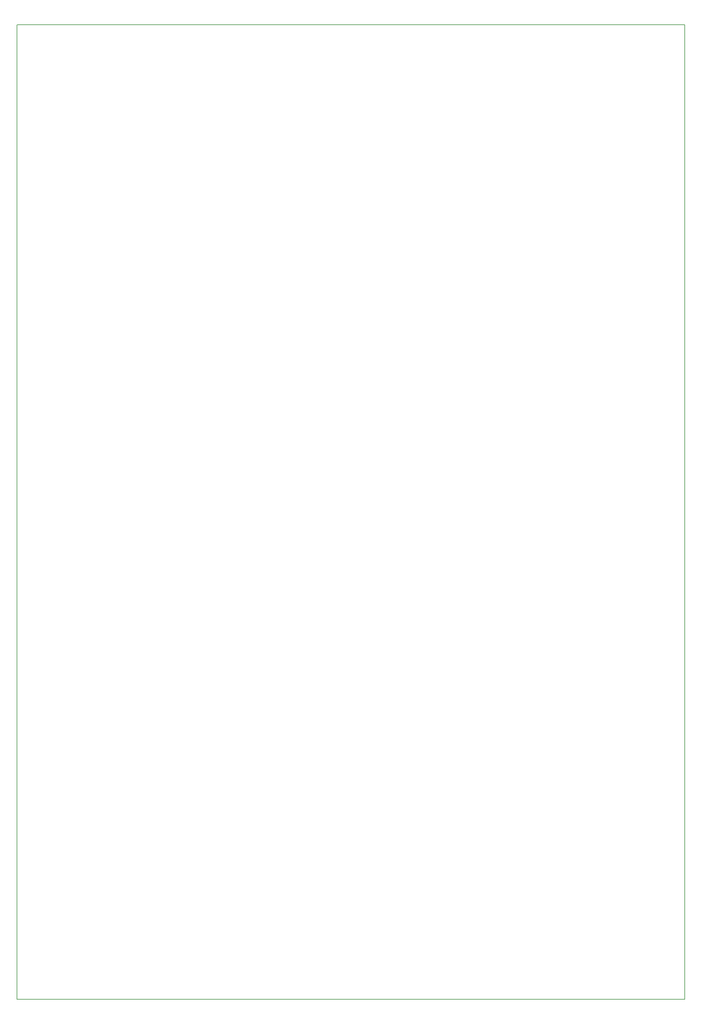
<source format=gbr>
G04 #@! TF.GenerationSoftware,KiCad,Pcbnew,5.0.1*
G04 #@! TF.CreationDate,2019-01-07T03:32:45+03:00*
G04 #@! TF.ProjectId,test,746573742E6B696361645F7063620000,rev?*
G04 #@! TF.SameCoordinates,Original*
G04 #@! TF.FileFunction,Other,Fab,Top*
%FSLAX46Y46*%
G04 Gerber Fmt 4.6, Leading zero omitted, Abs format (unit mm)*
G04 Created by KiCad (PCBNEW 5.0.1) date Пн 07 янв 2019 03:32:45*
%MOMM*%
%LPD*%
G01*
G04 APERTURE LIST*
%ADD10C,0.200000*%
G04 APERTURE END LIST*
D10*
X10002520Y-286994600D02*
X10010140Y-10012680D01*
X199999600Y-287004760D02*
X10002520Y-286994600D01*
X200004680Y-9982200D02*
X199999600Y-287004760D01*
X10015220Y-10007600D02*
X200004680Y-9982200D01*
M02*

</source>
